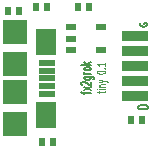
<source format=gts>
%TF.GenerationSoftware,KiCad,Pcbnew,4.0.6+dfsg1-1*%
%TF.CreationDate,2017-09-08T13:55:37+02:00*%
%TF.ProjectId,fx2grok-tiny,66783267726F6B2D74696E792E6B6963,rev?*%
%TF.FileFunction,Soldermask,Top*%
%FSLAX46Y46*%
G04 Gerber Fmt 4.6, Leading zero omitted, Abs format (unit mm)*
G04 Created by KiCad (PCBNEW 4.0.6+dfsg1-1) date Fri Sep  8 13:55:37 2017*
%MOMM*%
%LPD*%
G01*
G04 APERTURE LIST*
%ADD10C,0.150000*%
%ADD11C,0.114300*%
%ADD12C,0.127000*%
%ADD13R,0.500380X0.701040*%
%ADD14R,0.863600X0.609600*%
%ADD15R,2.301900X0.861060*%
%ADD16R,1.450340X0.500380*%
%ADD17R,1.701800X2.202180*%
%ADD18R,2.001520X2.001520*%
G04 APERTURE END LIST*
D10*
D11*
X76260960Y-45994320D02*
X76260960Y-45820149D01*
X76023893Y-45929006D02*
X76633493Y-45929006D01*
X76701227Y-45907234D01*
X76735093Y-45863692D01*
X76735093Y-45820149D01*
X76735093Y-45667749D02*
X76260960Y-45667749D01*
X76023893Y-45667749D02*
X76057760Y-45689520D01*
X76091627Y-45667749D01*
X76057760Y-45645977D01*
X76023893Y-45667749D01*
X76091627Y-45667749D01*
X76260960Y-45450035D02*
X76735093Y-45450035D01*
X76328693Y-45450035D02*
X76294827Y-45428263D01*
X76260960Y-45384721D01*
X76260960Y-45319406D01*
X76294827Y-45275863D01*
X76362560Y-45254092D01*
X76735093Y-45254092D01*
X76260960Y-45079921D02*
X76735093Y-44971064D01*
X76260960Y-44862206D02*
X76735093Y-44971064D01*
X76904427Y-45014606D01*
X76938293Y-45036378D01*
X76972160Y-45079921D01*
X76023893Y-44252606D02*
X76023893Y-44209063D01*
X76057760Y-44165520D01*
X76091627Y-44143749D01*
X76159360Y-44121978D01*
X76294827Y-44100206D01*
X76464160Y-44100206D01*
X76599627Y-44121978D01*
X76667360Y-44143749D01*
X76701227Y-44165520D01*
X76735093Y-44209063D01*
X76735093Y-44252606D01*
X76701227Y-44296149D01*
X76667360Y-44317920D01*
X76599627Y-44339692D01*
X76464160Y-44361463D01*
X76294827Y-44361463D01*
X76159360Y-44339692D01*
X76091627Y-44317920D01*
X76057760Y-44296149D01*
X76023893Y-44252606D01*
X76667360Y-43904263D02*
X76701227Y-43882491D01*
X76735093Y-43904263D01*
X76701227Y-43926034D01*
X76667360Y-43904263D01*
X76735093Y-43904263D01*
X76735093Y-43447063D02*
X76735093Y-43708320D01*
X76735093Y-43577692D02*
X76023893Y-43577692D01*
X76125493Y-43621235D01*
X76193227Y-43664777D01*
X76227093Y-43708320D01*
D12*
X74994951Y-46093622D02*
X74994951Y-45900098D01*
X75519885Y-46021051D02*
X74844970Y-46021051D01*
X74769980Y-45996860D01*
X74732485Y-45948479D01*
X74732485Y-45900098D01*
X75519885Y-45779146D02*
X74994951Y-45513050D01*
X74994951Y-45779146D02*
X75519885Y-45513050D01*
X74807475Y-45343717D02*
X74769980Y-45319527D01*
X74732485Y-45271146D01*
X74732485Y-45150193D01*
X74769980Y-45101812D01*
X74807475Y-45077622D01*
X74882466Y-45053431D01*
X74957456Y-45053431D01*
X75069942Y-45077622D01*
X75519885Y-45367908D01*
X75519885Y-45053431D01*
X74994951Y-44618002D02*
X75632370Y-44618002D01*
X75707361Y-44642193D01*
X75744856Y-44666383D01*
X75782351Y-44714764D01*
X75782351Y-44787336D01*
X75744856Y-44835717D01*
X75482390Y-44618002D02*
X75519885Y-44666383D01*
X75519885Y-44763145D01*
X75482390Y-44811526D01*
X75444894Y-44835717D01*
X75369904Y-44859907D01*
X75144932Y-44859907D01*
X75069942Y-44835717D01*
X75032447Y-44811526D01*
X74994951Y-44763145D01*
X74994951Y-44666383D01*
X75032447Y-44618002D01*
X75519885Y-44376098D02*
X74994951Y-44376098D01*
X75144932Y-44376098D02*
X75069942Y-44351907D01*
X75032447Y-44327717D01*
X74994951Y-44279336D01*
X74994951Y-44230955D01*
X75519885Y-43989050D02*
X75482390Y-44037431D01*
X75444894Y-44061622D01*
X75369904Y-44085812D01*
X75144932Y-44085812D01*
X75069942Y-44061622D01*
X75032447Y-44037431D01*
X74994951Y-43989050D01*
X74994951Y-43916479D01*
X75032447Y-43868098D01*
X75069942Y-43843907D01*
X75144932Y-43819717D01*
X75369904Y-43819717D01*
X75444894Y-43843907D01*
X75482390Y-43868098D01*
X75519885Y-43916479D01*
X75519885Y-43989050D01*
X75519885Y-43602003D02*
X74732485Y-43602003D01*
X75219923Y-43553622D02*
X75519885Y-43408479D01*
X74994951Y-43408479D02*
X75294913Y-43602003D01*
X79702660Y-40075152D02*
X79672422Y-40123533D01*
X79672422Y-40196105D01*
X79702660Y-40268676D01*
X79763136Y-40317057D01*
X79823612Y-40341248D01*
X79944565Y-40365438D01*
X80035279Y-40365438D01*
X80156231Y-40341248D01*
X80216708Y-40317057D01*
X80277184Y-40268676D01*
X80307422Y-40196105D01*
X80307422Y-40147724D01*
X80277184Y-40075152D01*
X80246946Y-40050962D01*
X80035279Y-40050962D01*
X80035279Y-40147724D01*
X79530170Y-47222914D02*
X79530170Y-47163486D01*
X79568360Y-47104057D01*
X79606550Y-47074343D01*
X79682931Y-47044629D01*
X79835693Y-47014914D01*
X80026646Y-47014914D01*
X80179408Y-47044629D01*
X80255789Y-47074343D01*
X80293979Y-47104057D01*
X80332170Y-47163486D01*
X80332170Y-47222914D01*
X80293979Y-47282343D01*
X80255789Y-47312057D01*
X80179408Y-47341772D01*
X80026646Y-47371486D01*
X79835693Y-47371486D01*
X79682931Y-47341772D01*
X79606550Y-47312057D01*
X79568360Y-47282343D01*
X79530170Y-47222914D01*
D13*
X75379580Y-38735000D03*
X74480420Y-38735000D03*
X71823580Y-38735000D03*
X70924420Y-38735000D03*
D14*
X73880980Y-40446960D03*
X73880980Y-42351960D03*
X76420980Y-40446960D03*
X73880980Y-41399460D03*
X76420980Y-42351960D03*
D13*
X68521580Y-39065200D03*
X69420740Y-39065200D03*
X78925420Y-48260000D03*
X79824580Y-48260000D03*
X72331580Y-50165000D03*
X71432420Y-50165000D03*
D15*
X79281020Y-46248320D03*
X79281020Y-44973240D03*
X79281020Y-43698160D03*
X79281020Y-42423080D03*
X79281020Y-41148000D03*
D16*
X71800720Y-43449240D03*
X71800720Y-44099480D03*
X71800720Y-44749720D03*
X71800720Y-45399960D03*
X71800720Y-46050200D03*
D17*
X71701660Y-41650920D03*
X71701660Y-47851060D03*
D18*
X69151500Y-48648620D03*
X69151500Y-45948600D03*
X69151500Y-43550840D03*
X69151500Y-40850820D03*
M02*

</source>
